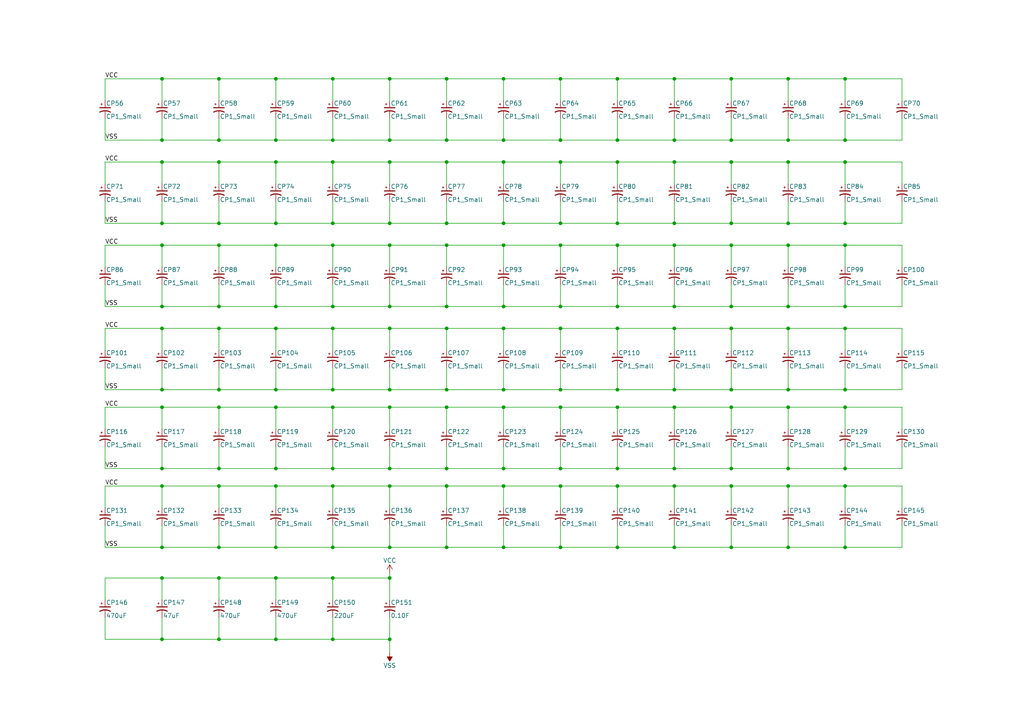
<source format=kicad_sch>
(kicad_sch (version 20211123) (generator eeschema)
  (paper "A4")
  (title_block (title "System 18") (date "2022-03-18") (rev "José Tejada G.") (company "JOTEGO") (comment 1 "Esperanza Triana"))
  (lib_symbols
    (symbol "Device:CP1_Small" (pin_numbers hide) (pin_names (offset 0.254) hide)
      (property "Reference" "C" (at 0.254 1.778 0))
      (property "Value" "Device_CP1_Small" (at 0.254 -2.032 0))
      (symbol "CP1_Small_0_1"
        (polyline (pts (xy -1.524 0.508) (xy 1.524 0.508)) (stroke (width 0.3048)))
        (polyline (pts (xy -1.27 1.524) (xy -0.762 1.524)))
        (polyline (pts (xy -1.016 1.27) (xy -1.016 1.778)))
        (arc (start 1.524 -0.762) (mid 0 -0.3734) (end -1.524 -0.762) (stroke (width 0.3048)))
      )
      (symbol "CP1_Small_1_1"
        (pin passive line (at 0 2.54 270) (length 2.032) (name "~") (number "1"))
        (pin passive line (at 0 -2.54 90) (length 2.032) (name "~") (number "2"))
      )
    )
    (symbol "power:VCC" (power) (pin_names (offset 0))
      (property "Value" "VCC" (at 0 3.81 0))
      (symbol "VCC_0_1"
        (polyline (pts (xy -0.762 1.27) (xy 0 2.54)))
        (polyline (pts (xy 0 0) (xy 0 2.54)))
        (polyline (pts (xy 0 2.54) (xy 0.762 1.27)))
      )
      (symbol "VCC_1_1"
        (pin power_in line (at 0 0 90) (length 0) hide (name "VCC") (number "1"))
      )
    )
    (symbol "power:VSS" (power) (pin_names (offset 0))
      (property "Value" "VSS" (at 0 3.81 0))
      (symbol "VSS_0_1"
        (polyline (pts (xy 0 0) (xy 0 2.54)))
        (polyline (pts (xy 0.762 1.27) (xy -0.762 1.27) (xy 0 2.54) (xy 0.762 1.27)) (fill (type outline)))
      )
      (symbol "VSS_1_1"
        (pin power_in line (at 0 0 90) (length 0) hide (name "VSS") (number "1"))
      )
    )
  )
  (junction (at 195.58 158.75))
  (junction (at 146.05 22.86))
  (junction (at 146.05 88.9))
  (junction (at 129.54 95.25))
  (junction (at 96.52 88.9))
  (junction (at 63.5 167.64))
  (junction (at 129.54 140.97))
  (junction (at 46.99 46.99))
  (junction (at 80.01 135.89))
  (junction (at 96.52 40.64))
  (junction (at 146.05 113.03))
  (junction (at 195.58 118.11))
  (junction (at 179.07 158.75))
  (junction (at 195.58 140.97))
  (junction (at 113.03 46.99))
  (junction (at 179.07 22.86))
  (junction (at 162.56 46.99))
  (junction (at 46.99 113.03))
  (junction (at 63.5 22.86))
  (junction (at 80.01 113.03))
  (junction (at 245.11 22.86))
  (junction (at 146.05 40.64))
  (junction (at 63.5 95.25))
  (junction (at 80.01 71.12))
  (junction (at 162.56 113.03))
  (junction (at 146.05 140.97))
  (junction (at 46.99 95.25))
  (junction (at 113.03 40.64))
  (junction (at 146.05 158.75))
  (junction (at 46.99 22.86))
  (junction (at 96.52 22.86))
  (junction (at 162.56 88.9))
  (junction (at 63.5 140.97))
  (junction (at 245.11 113.03))
  (junction (at 212.09 113.03))
  (junction (at 245.11 158.75))
  (junction (at 96.52 113.03))
  (junction (at 46.99 88.9))
  (junction (at 212.09 40.64))
  (junction (at 162.56 118.11))
  (junction (at 96.52 71.12))
  (junction (at 228.6 64.77))
  (junction (at 228.6 135.89))
  (junction (at 63.5 113.03))
  (junction (at 162.56 64.77))
  (junction (at 129.54 158.75))
  (junction (at 96.52 135.89))
  (junction (at 113.03 185.42))
  (junction (at 245.11 40.64))
  (junction (at 80.01 140.97))
  (junction (at 129.54 22.86))
  (junction (at 228.6 158.75))
  (junction (at 63.5 135.89))
  (junction (at 96.52 46.99))
  (junction (at 146.05 135.89))
  (junction (at 63.5 158.75))
  (junction (at 212.09 95.25))
  (junction (at 46.99 158.75))
  (junction (at 212.09 118.11))
  (junction (at 212.09 64.77))
  (junction (at 212.09 158.75))
  (junction (at 212.09 46.99))
  (junction (at 63.5 118.11))
  (junction (at 228.6 118.11))
  (junction (at 129.54 64.77))
  (junction (at 195.58 22.86))
  (junction (at 63.5 64.77))
  (junction (at 212.09 135.89))
  (junction (at 80.01 167.64))
  (junction (at 228.6 88.9))
  (junction (at 113.03 158.75))
  (junction (at 179.07 46.99))
  (junction (at 195.58 113.03))
  (junction (at 46.99 167.64))
  (junction (at 179.07 95.25))
  (junction (at 228.6 40.64))
  (junction (at 80.01 64.77))
  (junction (at 113.03 88.9))
  (junction (at 96.52 158.75))
  (junction (at 212.09 140.97))
  (junction (at 162.56 140.97))
  (junction (at 113.03 167.64))
  (junction (at 245.11 140.97))
  (junction (at 228.6 46.99))
  (junction (at 113.03 118.11))
  (junction (at 162.56 40.64))
  (junction (at 228.6 71.12))
  (junction (at 179.07 113.03))
  (junction (at 63.5 46.99))
  (junction (at 179.07 71.12))
  (junction (at 162.56 135.89))
  (junction (at 228.6 95.25))
  (junction (at 195.58 46.99))
  (junction (at 195.58 135.89))
  (junction (at 162.56 95.25))
  (junction (at 46.99 64.77))
  (junction (at 96.52 64.77))
  (junction (at 146.05 118.11))
  (junction (at 80.01 158.75))
  (junction (at 212.09 71.12))
  (junction (at 96.52 167.64))
  (junction (at 228.6 113.03))
  (junction (at 195.58 88.9))
  (junction (at 80.01 40.64))
  (junction (at 80.01 95.25))
  (junction (at 80.01 185.42))
  (junction (at 228.6 22.86))
  (junction (at 129.54 113.03))
  (junction (at 245.11 46.99))
  (junction (at 146.05 46.99))
  (junction (at 113.03 22.86))
  (junction (at 179.07 140.97))
  (junction (at 179.07 64.77))
  (junction (at 80.01 22.86))
  (junction (at 162.56 22.86))
  (junction (at 113.03 140.97))
  (junction (at 228.6 140.97))
  (junction (at 245.11 135.89))
  (junction (at 212.09 88.9))
  (junction (at 162.56 71.12))
  (junction (at 63.5 40.64))
  (junction (at 46.99 118.11))
  (junction (at 129.54 46.99))
  (junction (at 96.52 118.11))
  (junction (at 46.99 71.12))
  (junction (at 46.99 135.89))
  (junction (at 129.54 118.11))
  (junction (at 179.07 40.64))
  (junction (at 245.11 95.25))
  (junction (at 195.58 71.12))
  (junction (at 129.54 135.89))
  (junction (at 212.09 22.86))
  (junction (at 146.05 71.12))
  (junction (at 195.58 64.77))
  (junction (at 113.03 95.25))
  (junction (at 179.07 88.9))
  (junction (at 46.99 140.97))
  (junction (at 113.03 135.89))
  (junction (at 80.01 88.9))
  (junction (at 129.54 88.9))
  (junction (at 46.99 185.42))
  (junction (at 179.07 135.89))
  (junction (at 245.11 88.9))
  (junction (at 245.11 71.12))
  (junction (at 146.05 95.25))
  (junction (at 146.05 64.77))
  (junction (at 162.56 158.75))
  (junction (at 80.01 118.11))
  (junction (at 63.5 88.9))
  (junction (at 129.54 40.64))
  (junction (at 96.52 185.42))
  (junction (at 96.52 140.97))
  (junction (at 96.52 95.25))
  (junction (at 46.99 40.64))
  (junction (at 63.5 185.42))
  (junction (at 195.58 40.64))
  (junction (at 179.07 118.11))
  (junction (at 113.03 113.03))
  (junction (at 63.5 71.12))
  (junction (at 113.03 64.77))
  (junction (at 245.11 64.77))
  (junction (at 80.01 46.99))
  (junction (at 195.58 95.25))
  (junction (at 113.03 71.12))
  (junction (at 129.54 71.12))
  (junction (at 245.11 118.11))
  (wire (pts (xy 179.07 71.12) (xy 179.07 77.47)))
  (wire (pts (xy 80.01 71.12) (xy 96.52 71.12)))
  (wire (pts (xy 113.03 88.9) (xy 96.52 88.9)))
  (wire (pts (xy 162.56 71.12) (xy 179.07 71.12)))
  (wire (pts (xy 63.5 167.64) (xy 63.5 173.99)))
  (wire (pts (xy 63.5 71.12) (xy 63.5 77.47)))
  (wire (pts (xy 30.48 95.25) (xy 46.99 95.25)))
  (wire (pts (xy 228.6 88.9) (xy 212.09 88.9)))
  (wire (pts (xy 228.6 22.86) (xy 245.11 22.86)))
  (wire (pts (xy 30.48 140.97) (xy 46.99 140.97)))
  (wire (pts (xy 129.54 135.89) (xy 113.03 135.89)))
  (wire (pts (xy 245.11 95.25) (xy 245.11 101.6)))
  (wire (pts (xy 30.48 22.86) (xy 30.48 29.21)))
  (wire (pts (xy 228.6 46.99) (xy 228.6 53.34)))
  (wire (pts (xy 46.99 82.55) (xy 46.99 88.9)))
  (wire (pts (xy 162.56 58.42) (xy 162.56 64.77)))
  (wire (pts (xy 228.6 129.54) (xy 228.6 135.89)))
  (wire (pts (xy 195.58 140.97) (xy 212.09 140.97)))
  (wire (pts (xy 63.5 140.97) (xy 80.01 140.97)))
  (wire (pts (xy 245.11 129.54) (xy 245.11 135.89)))
  (wire (pts (xy 80.01 58.42) (xy 80.01 64.77)))
  (wire (pts (xy 212.09 46.99) (xy 212.09 53.34)))
  (wire (pts (xy 245.11 64.77) (xy 228.6 64.77)))
  (wire (pts (xy 162.56 118.11) (xy 179.07 118.11)))
  (wire (pts (xy 146.05 95.25) (xy 162.56 95.25)))
  (wire (pts (xy 162.56 71.12) (xy 162.56 77.47)))
  (wire (pts (xy 96.52 135.89) (xy 80.01 135.89)))
  (wire (pts (xy 195.58 46.99) (xy 212.09 46.99)))
  (wire (pts (xy 212.09 22.86) (xy 212.09 29.21)))
  (wire (pts (xy 113.03 58.42) (xy 113.03 64.77)))
  (wire (pts (xy 212.09 95.25) (xy 212.09 101.6)))
  (wire (pts (xy 96.52 129.54) (xy 96.52 135.89)))
  (wire (pts (xy 212.09 71.12) (xy 228.6 71.12)))
  (wire (pts (xy 228.6 118.11) (xy 228.6 124.46)))
  (wire (pts (xy 96.52 179.07) (xy 96.52 185.42)))
  (wire (pts (xy 146.05 22.86) (xy 162.56 22.86)))
  (wire (pts (xy 46.99 46.99) (xy 46.99 53.34)))
  (wire (pts (xy 113.03 64.77) (xy 96.52 64.77)))
  (wire (pts (xy 245.11 118.11) (xy 261.62 118.11)))
  (wire (pts (xy 212.09 140.97) (xy 228.6 140.97)))
  (wire (pts (xy 80.01 22.86) (xy 80.01 29.21)))
  (wire (pts (xy 113.03 113.03) (xy 96.52 113.03)))
  (wire (pts (xy 146.05 140.97) (xy 146.05 147.32)))
  (wire (pts (xy 63.5 113.03) (xy 46.99 113.03)))
  (wire (pts (xy 195.58 158.75) (xy 179.07 158.75)))
  (wire (pts (xy 261.62 129.54) (xy 261.62 135.89)))
  (wire (pts (xy 179.07 152.4) (xy 179.07 158.75)))
  (wire (pts (xy 129.54 158.75) (xy 113.03 158.75)))
  (wire (pts (xy 146.05 71.12) (xy 146.05 77.47)))
  (wire (pts (xy 162.56 46.99) (xy 162.56 53.34)))
  (wire (pts (xy 245.11 40.64) (xy 228.6 40.64)))
  (wire (pts (xy 146.05 95.25) (xy 146.05 101.6)))
  (wire (pts (xy 179.07 40.64) (xy 162.56 40.64)))
  (wire (pts (xy 228.6 113.03) (xy 212.09 113.03)))
  (wire (pts (xy 245.11 106.68) (xy 245.11 113.03)))
  (wire (pts (xy 245.11 22.86) (xy 245.11 29.21)))
  (wire (pts (xy 30.48 71.12) (xy 30.48 77.47)))
  (wire (pts (xy 46.99 140.97) (xy 63.5 140.97)))
  (wire (pts (xy 228.6 118.11) (xy 245.11 118.11)))
  (wire (pts (xy 212.09 64.77) (xy 195.58 64.77)))
  (wire (pts (xy 179.07 129.54) (xy 179.07 135.89)))
  (wire (pts (xy 195.58 82.55) (xy 195.58 88.9)))
  (wire (pts (xy 30.48 185.42) (xy 46.99 185.42)))
  (wire (pts (xy 46.99 135.89) (xy 30.48 135.89)))
  (wire (pts (xy 113.03 46.99) (xy 113.03 53.34)))
  (wire (pts (xy 129.54 88.9) (xy 113.03 88.9)))
  (wire (pts (xy 63.5 135.89) (xy 46.99 135.89)))
  (wire (pts (xy 212.09 88.9) (xy 195.58 88.9)))
  (wire (pts (xy 179.07 113.03) (xy 162.56 113.03)))
  (wire (pts (xy 96.52 34.29) (xy 96.52 40.64)))
  (wire (pts (xy 80.01 82.55) (xy 80.01 88.9)))
  (wire (pts (xy 113.03 82.55) (xy 113.03 88.9)))
  (wire (pts (xy 212.09 118.11) (xy 228.6 118.11)))
  (wire (pts (xy 96.52 46.99) (xy 113.03 46.99)))
  (wire (pts (xy 228.6 22.86) (xy 228.6 29.21)))
  (wire (pts (xy 228.6 40.64) (xy 212.09 40.64)))
  (wire (pts (xy 162.56 40.64) (xy 146.05 40.64)))
  (wire (pts (xy 96.52 64.77) (xy 80.01 64.77)))
  (wire (pts (xy 162.56 106.68) (xy 162.56 113.03)))
  (wire (pts (xy 195.58 88.9) (xy 179.07 88.9)))
  (wire (pts (xy 179.07 106.68) (xy 179.07 113.03)))
  (wire (pts (xy 162.56 88.9) (xy 146.05 88.9)))
  (wire (pts (xy 261.62 22.86) (xy 261.62 29.21)))
  (wire (pts (xy 80.01 71.12) (xy 80.01 77.47)))
  (wire (pts (xy 80.01 140.97) (xy 96.52 140.97)))
  (wire (pts (xy 146.05 46.99) (xy 162.56 46.99)))
  (wire (pts (xy 195.58 152.4) (xy 195.58 158.75)))
  (wire (pts (xy 46.99 158.75) (xy 30.48 158.75)))
  (wire (pts (xy 96.52 95.25) (xy 96.52 101.6)))
  (wire (pts (xy 46.99 129.54) (xy 46.99 135.89)))
  (wire (pts (xy 179.07 46.99) (xy 195.58 46.99)))
  (wire (pts (xy 195.58 71.12) (xy 195.58 77.47)))
  (wire (pts (xy 113.03 166.37) (xy 113.03 167.64)))
  (wire (pts (xy 129.54 95.25) (xy 129.54 101.6)))
  (wire (pts (xy 129.54 140.97) (xy 129.54 147.32)))
  (wire (pts (xy 245.11 82.55) (xy 245.11 88.9)))
  (wire (pts (xy 30.48 71.12) (xy 46.99 71.12)))
  (wire (pts (xy 146.05 158.75) (xy 129.54 158.75)))
  (wire (pts (xy 261.62 118.11) (xy 261.62 124.46)))
  (wire (pts (xy 195.58 46.99) (xy 195.58 53.34)))
  (wire (pts (xy 46.99 22.86) (xy 63.5 22.86)))
  (wire (pts (xy 228.6 64.77) (xy 212.09 64.77)))
  (wire (pts (xy 63.5 82.55) (xy 63.5 88.9)))
  (wire (pts (xy 46.99 71.12) (xy 63.5 71.12)))
  (wire (pts (xy 80.01 167.64) (xy 96.52 167.64)))
  (wire (pts (xy 80.01 179.07) (xy 80.01 185.42)))
  (wire (pts (xy 146.05 129.54) (xy 146.05 135.89)))
  (wire (pts (xy 261.62 135.89) (xy 245.11 135.89)))
  (wire (pts (xy 30.48 167.64) (xy 46.99 167.64)))
  (wire (pts (xy 228.6 135.89) (xy 212.09 135.89)))
  (wire (pts (xy 46.99 118.11) (xy 63.5 118.11)))
  (wire (pts (xy 63.5 179.07) (xy 63.5 185.42)))
  (wire (pts (xy 129.54 64.77) (xy 113.03 64.77)))
  (wire (pts (xy 113.03 185.42) (xy 113.03 189.23)))
  (wire (pts (xy 179.07 118.11) (xy 179.07 124.46)))
  (wire (pts (xy 212.09 71.12) (xy 212.09 77.47)))
  (wire (pts (xy 46.99 58.42) (xy 46.99 64.77)))
  (wire (pts (xy 228.6 95.25) (xy 245.11 95.25)))
  (wire (pts (xy 46.99 167.64) (xy 63.5 167.64)))
  (wire (pts (xy 30.48 152.4) (xy 30.48 158.75)))
  (wire (pts (xy 261.62 88.9) (xy 245.11 88.9)))
  (wire (pts (xy 96.52 40.64) (xy 80.01 40.64)))
  (wire (pts (xy 179.07 82.55) (xy 179.07 88.9)))
  (wire (pts (xy 113.03 22.86) (xy 129.54 22.86)))
  (wire (pts (xy 261.62 82.55) (xy 261.62 88.9)))
  (wire (pts (xy 162.56 135.89) (xy 146.05 135.89)))
  (wire (pts (xy 30.48 58.42) (xy 30.48 64.77)))
  (wire (pts (xy 129.54 40.64) (xy 113.03 40.64)))
  (wire (pts (xy 212.09 106.68) (xy 212.09 113.03)))
  (wire (pts (xy 195.58 64.77) (xy 179.07 64.77)))
  (wire (pts (xy 146.05 88.9) (xy 129.54 88.9)))
  (wire (pts (xy 195.58 22.86) (xy 195.58 29.21)))
  (wire (pts (xy 261.62 140.97) (xy 261.62 147.32)))
  (wire (pts (xy 212.09 140.97) (xy 212.09 147.32)))
  (wire (pts (xy 245.11 113.03) (xy 228.6 113.03)))
  (wire (pts (xy 30.48 22.86) (xy 46.99 22.86)))
  (wire (pts (xy 30.48 106.68) (xy 30.48 113.03)))
  (wire (pts (xy 96.52 71.12) (xy 96.52 77.47)))
  (wire (pts (xy 146.05 58.42) (xy 146.05 64.77)))
  (wire (pts (xy 162.56 34.29) (xy 162.56 40.64)))
  (wire (pts (xy 228.6 106.68) (xy 228.6 113.03)))
  (wire (pts (xy 212.09 118.11) (xy 212.09 124.46)))
  (wire (pts (xy 46.99 64.77) (xy 30.48 64.77)))
  (wire (pts (xy 261.62 158.75) (xy 245.11 158.75)))
  (wire (pts (xy 179.07 71.12) (xy 195.58 71.12)))
  (wire (pts (xy 96.52 71.12) (xy 113.03 71.12)))
  (wire (pts (xy 80.01 129.54) (xy 80.01 135.89)))
  (wire (pts (xy 179.07 95.25) (xy 195.58 95.25)))
  (wire (pts (xy 63.5 118.11) (xy 63.5 124.46)))
  (wire (pts (xy 63.5 46.99) (xy 80.01 46.99)))
  (wire (pts (xy 63.5 46.99) (xy 63.5 53.34)))
  (wire (pts (xy 195.58 34.29) (xy 195.58 40.64)))
  (wire (pts (xy 46.99 167.64) (xy 46.99 173.99)))
  (wire (pts (xy 245.11 95.25) (xy 261.62 95.25)))
  (wire (pts (xy 146.05 140.97) (xy 162.56 140.97)))
  (wire (pts (xy 113.03 135.89) (xy 96.52 135.89)))
  (wire (pts (xy 162.56 140.97) (xy 179.07 140.97)))
  (wire (pts (xy 30.48 95.25) (xy 30.48 101.6)))
  (wire (pts (xy 63.5 140.97) (xy 63.5 147.32)))
  (wire (pts (xy 113.03 167.64) (xy 113.03 173.99)))
  (wire (pts (xy 63.5 152.4) (xy 63.5 158.75)))
  (wire (pts (xy 162.56 129.54) (xy 162.56 135.89)))
  (wire (pts (xy 146.05 113.03) (xy 129.54 113.03)))
  (wire (pts (xy 63.5 34.29) (xy 63.5 40.64)))
  (wire (pts (xy 245.11 46.99) (xy 245.11 53.34)))
  (wire (pts (xy 129.54 22.86) (xy 146.05 22.86)))
  (wire (pts (xy 245.11 58.42) (xy 245.11 64.77)))
  (wire (pts (xy 63.5 185.42) (xy 46.99 185.42)))
  (wire (pts (xy 96.52 82.55) (xy 96.52 88.9)))
  (wire (pts (xy 80.01 158.75) (xy 63.5 158.75)))
  (wire (pts (xy 245.11 71.12) (xy 245.11 77.47)))
  (wire (pts (xy 96.52 140.97) (xy 96.52 147.32)))
  (wire (pts (xy 46.99 179.07) (xy 46.99 185.42)))
  (wire (pts (xy 195.58 129.54) (xy 195.58 135.89)))
  (wire (pts (xy 146.05 82.55) (xy 146.05 88.9)))
  (wire (pts (xy 162.56 46.99) (xy 179.07 46.99)))
  (wire (pts (xy 228.6 34.29) (xy 228.6 40.64)))
  (wire (pts (xy 228.6 152.4) (xy 228.6 158.75)))
  (wire (pts (xy 162.56 118.11) (xy 162.56 124.46)))
  (wire (pts (xy 195.58 95.25) (xy 195.58 101.6)))
  (wire (pts (xy 30.48 82.55) (xy 30.48 88.9)))
  (wire (pts (xy 146.05 135.89) (xy 129.54 135.89)))
  (wire (pts (xy 46.99 71.12) (xy 46.99 77.47)))
  (wire (pts (xy 46.99 22.86) (xy 46.99 29.21)))
  (wire (pts (xy 245.11 118.11) (xy 245.11 124.46)))
  (wire (pts (xy 113.03 71.12) (xy 129.54 71.12)))
  (wire (pts (xy 195.58 95.25) (xy 212.09 95.25)))
  (wire (pts (xy 212.09 82.55) (xy 212.09 88.9)))
  (wire (pts (xy 261.62 113.03) (xy 245.11 113.03)))
  (wire (pts (xy 261.62 64.77) (xy 245.11 64.77)))
  (wire (pts (xy 162.56 64.77) (xy 146.05 64.77)))
  (wire (pts (xy 212.09 158.75) (xy 195.58 158.75)))
  (wire (pts (xy 212.09 46.99) (xy 228.6 46.99)))
  (wire (pts (xy 113.03 140.97) (xy 113.03 147.32)))
  (wire (pts (xy 261.62 40.64) (xy 245.11 40.64)))
  (wire (pts (xy 46.99 152.4) (xy 46.99 158.75)))
  (wire (pts (xy 96.52 140.97) (xy 113.03 140.97)))
  (wire (pts (xy 212.09 34.29) (xy 212.09 40.64)))
  (wire (pts (xy 195.58 106.68) (xy 195.58 113.03)))
  (wire (pts (xy 179.07 118.11) (xy 195.58 118.11)))
  (wire (pts (xy 129.54 71.12) (xy 146.05 71.12)))
  (wire (pts (xy 80.01 95.25) (xy 96.52 95.25)))
  (wire (pts (xy 129.54 46.99) (xy 129.54 53.34)))
  (wire (pts (xy 80.01 46.99) (xy 96.52 46.99)))
  (wire (pts (xy 179.07 95.25) (xy 179.07 101.6)))
  (wire (pts (xy 46.99 95.25) (xy 46.99 101.6)))
  (wire (pts (xy 113.03 140.97) (xy 129.54 140.97)))
  (wire (pts (xy 179.07 64.77) (xy 162.56 64.77)))
  (wire (pts (xy 63.5 22.86) (xy 80.01 22.86)))
  (wire (pts (xy 63.5 158.75) (xy 46.99 158.75)))
  (wire (pts (xy 113.03 22.86) (xy 113.03 29.21)))
  (wire (pts (xy 129.54 118.11) (xy 146.05 118.11)))
  (wire (pts (xy 212.09 113.03) (xy 195.58 113.03)))
  (wire (pts (xy 96.52 118.11) (xy 96.52 124.46)))
  (wire (pts (xy 195.58 118.11) (xy 195.58 124.46)))
  (wire (pts (xy 129.54 71.12) (xy 129.54 77.47)))
  (wire (pts (xy 113.03 95.25) (xy 113.03 101.6)))
  (wire (pts (xy 129.54 34.29) (xy 129.54 40.64)))
  (wire (pts (xy 113.03 158.75) (xy 96.52 158.75)))
  (wire (pts (xy 80.01 106.68) (xy 80.01 113.03)))
  (wire (pts (xy 113.03 46.99) (xy 129.54 46.99)))
  (wire (pts (xy 46.99 95.25) (xy 63.5 95.25)))
  (wire (pts (xy 113.03 40.64) (xy 96.52 40.64)))
  (wire (pts (xy 179.07 22.86) (xy 179.07 29.21)))
  (wire (pts (xy 46.99 46.99) (xy 63.5 46.99)))
  (wire (pts (xy 80.01 46.99) (xy 80.01 53.34)))
  (wire (pts (xy 245.11 140.97) (xy 245.11 147.32)))
  (wire (pts (xy 179.07 46.99) (xy 179.07 53.34)))
  (wire (pts (xy 228.6 140.97) (xy 245.11 140.97)))
  (wire (pts (xy 113.03 152.4) (xy 113.03 158.75)))
  (wire (pts (xy 96.52 118.11) (xy 113.03 118.11)))
  (wire (pts (xy 113.03 34.29) (xy 113.03 40.64)))
  (wire (pts (xy 261.62 34.29) (xy 261.62 40.64)))
  (wire (pts (xy 80.01 40.64) (xy 63.5 40.64)))
  (wire (pts (xy 80.01 113.03) (xy 63.5 113.03)))
  (wire (pts (xy 179.07 34.29) (xy 179.07 40.64)))
  (wire (pts (xy 30.48 118.11) (xy 30.48 124.46)))
  (wire (pts (xy 113.03 118.11) (xy 113.03 124.46)))
  (wire (pts (xy 179.07 140.97) (xy 179.07 147.32)))
  (wire (pts (xy 30.48 140.97) (xy 30.48 147.32)))
  (wire (pts (xy 96.52 185.42) (xy 80.01 185.42)))
  (wire (pts (xy 195.58 118.11) (xy 212.09 118.11)))
  (wire (pts (xy 129.54 46.99) (xy 146.05 46.99)))
  (wire (pts (xy 212.09 95.25) (xy 228.6 95.25)))
  (wire (pts (xy 245.11 158.75) (xy 228.6 158.75)))
  (wire (pts (xy 245.11 46.99) (xy 261.62 46.99)))
  (wire (pts (xy 63.5 118.11) (xy 80.01 118.11)))
  (wire (pts (xy 179.07 58.42) (xy 179.07 64.77)))
  (wire (pts (xy 195.58 113.03) (xy 179.07 113.03)))
  (wire (pts (xy 261.62 95.25) (xy 261.62 101.6)))
  (wire (pts (xy 228.6 46.99) (xy 245.11 46.99)))
  (wire (pts (xy 228.6 82.55) (xy 228.6 88.9)))
  (wire (pts (xy 245.11 140.97) (xy 261.62 140.97)))
  (wire (pts (xy 261.62 46.99) (xy 261.62 53.34)))
  (wire (pts (xy 30.48 118.11) (xy 46.99 118.11)))
  (wire (pts (xy 245.11 135.89) (xy 228.6 135.89)))
  (wire (pts (xy 63.5 64.77) (xy 46.99 64.77)))
  (wire (pts (xy 63.5 71.12) (xy 80.01 71.12)))
  (wire (pts (xy 228.6 140.97) (xy 228.6 147.32)))
  (wire (pts (xy 63.5 106.68) (xy 63.5 113.03)))
  (wire (pts (xy 80.01 22.86) (xy 96.52 22.86)))
  (wire (pts (xy 63.5 95.25) (xy 80.01 95.25)))
  (wire (pts (xy 96.52 95.25) (xy 113.03 95.25)))
  (wire (pts (xy 146.05 118.11) (xy 162.56 118.11)))
  (wire (pts (xy 212.09 129.54) (xy 212.09 135.89)))
  (wire (pts (xy 212.09 58.42) (xy 212.09 64.77)))
  (wire (pts (xy 80.01 88.9) (xy 63.5 88.9)))
  (wire (pts (xy 96.52 22.86) (xy 96.52 29.21)))
  (wire (pts (xy 146.05 71.12) (xy 162.56 71.12)))
  (wire (pts (xy 179.07 158.75) (xy 162.56 158.75)))
  (wire (pts (xy 80.01 95.25) (xy 80.01 101.6)))
  (wire (pts (xy 212.09 152.4) (xy 212.09 158.75)))
  (wire (pts (xy 245.11 34.29) (xy 245.11 40.64)))
  (wire (pts (xy 129.54 129.54) (xy 129.54 135.89)))
  (wire (pts (xy 96.52 106.68) (xy 96.52 113.03)))
  (wire (pts (xy 113.03 95.25) (xy 129.54 95.25)))
  (wire (pts (xy 113.03 185.42) (xy 96.52 185.42)))
  (wire (pts (xy 195.58 22.86) (xy 212.09 22.86)))
  (wire (pts (xy 46.99 118.11) (xy 46.99 124.46)))
  (wire (pts (xy 195.58 140.97) (xy 195.58 147.32)))
  (wire (pts (xy 162.56 95.25) (xy 179.07 95.25)))
  (wire (pts (xy 30.48 129.54) (xy 30.48 135.89)))
  (wire (pts (xy 96.52 158.75) (xy 80.01 158.75)))
  (wire (pts (xy 179.07 135.89) (xy 162.56 135.89)))
  (wire (pts (xy 228.6 95.25) (xy 228.6 101.6)))
  (wire (pts (xy 261.62 152.4) (xy 261.62 158.75)))
  (wire (pts (xy 80.01 34.29) (xy 80.01 40.64)))
  (wire (pts (xy 80.01 118.11) (xy 80.01 124.46)))
  (wire (pts (xy 30.48 46.99) (xy 46.99 46.99)))
  (wire (pts (xy 129.54 152.4) (xy 129.54 158.75)))
  (wire (pts (xy 146.05 40.64) (xy 129.54 40.64)))
  (wire (pts (xy 195.58 135.89) (xy 179.07 135.89)))
  (wire (pts (xy 80.01 135.89) (xy 63.5 135.89)))
  (wire (pts (xy 63.5 95.25) (xy 63.5 101.6)))
  (wire (pts (xy 162.56 22.86) (xy 179.07 22.86)))
  (wire (pts (xy 195.58 40.64) (xy 179.07 40.64)))
  (wire (pts (xy 212.09 40.64) (xy 195.58 40.64)))
  (wire (pts (xy 162.56 158.75) (xy 146.05 158.75)))
  (wire (pts (xy 96.52 88.9) (xy 80.01 88.9)))
  (wire (pts (xy 96.52 167.64) (xy 113.03 167.64)))
  (wire (pts (xy 146.05 22.86) (xy 146.05 29.21)))
  (wire (pts (xy 80.01 64.77) (xy 63.5 64.77)))
  (wire (pts (xy 245.11 22.86) (xy 261.62 22.86)))
  (wire (pts (xy 179.07 140.97) (xy 195.58 140.97)))
  (wire (pts (xy 96.52 46.99) (xy 96.52 53.34)))
  (wire (pts (xy 245.11 152.4) (xy 245.11 158.75)))
  (wire (pts (xy 30.48 167.64) (xy 30.48 173.99)))
  (wire (pts (xy 212.09 22.86) (xy 228.6 22.86)))
  (wire (pts (xy 63.5 58.42) (xy 63.5 64.77)))
  (wire (pts (xy 129.54 113.03) (xy 113.03 113.03)))
  (wire (pts (xy 80.01 118.11) (xy 96.52 118.11)))
  (wire (pts (xy 228.6 58.42) (xy 228.6 64.77)))
  (wire (pts (xy 46.99 140.97) (xy 46.99 147.32)))
  (wire (pts (xy 96.52 113.03) (xy 80.01 113.03)))
  (wire (pts (xy 179.07 22.86) (xy 195.58 22.86)))
  (wire (pts (xy 113.03 71.12) (xy 113.03 77.47)))
  (wire (pts (xy 63.5 129.54) (xy 63.5 135.89)))
  (wire (pts (xy 162.56 113.03) (xy 146.05 113.03)))
  (wire (pts (xy 113.03 179.07) (xy 113.03 185.42)))
  (wire (pts (xy 261.62 71.12) (xy 261.62 77.47)))
  (wire (pts (xy 146.05 34.29) (xy 146.05 40.64)))
  (wire (pts (xy 146.05 118.11) (xy 146.05 124.46)))
  (wire (pts (xy 113.03 129.54) (xy 113.03 135.89)))
  (wire (pts (xy 146.05 64.77) (xy 129.54 64.77)))
  (wire (pts (xy 212.09 135.89) (xy 195.58 135.89)))
  (wire (pts (xy 63.5 40.64) (xy 46.99 40.64)))
  (wire (pts (xy 80.01 140.97) (xy 80.01 147.32)))
  (wire (pts (xy 261.62 106.68) (xy 261.62 113.03)))
  (wire (pts (xy 80.01 167.64) (xy 80.01 173.99)))
  (wire (pts (xy 129.54 58.42) (xy 129.54 64.77)))
  (wire (pts (xy 46.99 34.29) (xy 46.99 40.64)))
  (wire (pts (xy 30.48 34.29) (xy 30.48 40.64)))
  (wire (pts (xy 30.48 46.99) (xy 30.48 53.34)))
  (wire (pts (xy 46.99 113.03) (xy 30.48 113.03)))
  (wire (pts (xy 63.5 22.86) (xy 63.5 29.21)))
  (wire (pts (xy 129.54 106.68) (xy 129.54 113.03)))
  (wire (pts (xy 129.54 82.55) (xy 129.54 88.9)))
  (wire (pts (xy 162.56 95.25) (xy 162.56 101.6)))
  (wire (pts (xy 129.54 22.86) (xy 129.54 29.21)))
  (wire (pts (xy 179.07 88.9) (xy 162.56 88.9)))
  (wire (pts (xy 113.03 106.68) (xy 113.03 113.03)))
  (wire (pts (xy 146.05 152.4) (xy 146.05 158.75)))
  (wire (pts (xy 46.99 106.68) (xy 46.99 113.03)))
  (wire (pts (xy 80.01 152.4) (xy 80.01 158.75)))
  (wire (pts (xy 162.56 82.55) (xy 162.56 88.9)))
  (wire (pts (xy 228.6 71.12) (xy 245.11 71.12)))
  (wire (pts (xy 129.54 140.97) (xy 146.05 140.97)))
  (wire (pts (xy 63.5 88.9) (xy 46.99 88.9)))
  (wire (pts (xy 146.05 106.68) (xy 146.05 113.03)))
  (wire (pts (xy 63.5 167.64) (xy 80.01 167.64)))
  (wire (pts (xy 228.6 71.12) (xy 228.6 77.47)))
  (wire (pts (xy 162.56 22.86) (xy 162.56 29.21)))
  (wire (pts (xy 96.52 22.86) (xy 113.03 22.86)))
  (wire (pts (xy 80.01 185.42) (xy 63.5 185.42)))
  (wire (pts (xy 195.58 71.12) (xy 212.09 71.12)))
  (wire (pts (xy 245.11 71.12) (xy 261.62 71.12)))
  (wire (pts (xy 245.11 88.9) (xy 228.6 88.9)))
  (wire (pts (xy 146.05 46.99) (xy 146.05 53.34)))
  (wire (pts (xy 228.6 158.75) (xy 212.09 158.75)))
  (wire (pts (xy 30.48 179.07) (xy 30.48 185.42)))
  (wire (pts (xy 195.58 58.42) (xy 195.58 64.77)))
  (wire (pts (xy 162.56 152.4) (xy 162.56 158.75)))
  (wire (pts (xy 96.52 167.64) (xy 96.52 173.99)))
  (wire (pts (xy 96.52 152.4) (xy 96.52 158.75)))
  (wire (pts (xy 113.03 118.11) (xy 129.54 118.11)))
  (wire (pts (xy 162.56 140.97) (xy 162.56 147.32)))
  (wire (pts (xy 129.54 95.25) (xy 146.05 95.25)))
  (wire (pts (xy 261.62 58.42) (xy 261.62 64.77)))
  (wire (pts (xy 129.54 118.11) (xy 129.54 124.46)))
  (wire (pts (xy 46.99 88.9) (xy 30.48 88.9)))
  (wire (pts (xy 96.52 58.42) (xy 96.52 64.77)))
  (wire (pts (xy 46.99 40.64) (xy 30.48 40.64)))
  (label "VCC" (at 30.48 22.86 0))
  (label "VSS" (at 30.48 88.9 0))
  (label "VSS" (at 30.48 64.77 0))
  (label "VSS" (at 30.48 113.03 0))
  (label "VSS" (at 30.48 40.64 0))
  (label "VSS" (at 30.48 135.89 0))
  (label "VCC" (at 30.48 95.25 0))
  (label "VCC" (at 30.48 118.11 0))
  (label "VCC" (at 30.48 46.99 0))
  (label "VCC" (at 30.48 71.12 0))
  (label "VSS" (at 30.48 158.75 0))
  (label "VCC" (at 30.48 140.97 0))
  (symbol (lib_id "Device:CP1_Small") (at 113.03 176.53 0) (unit 1)
    (property "Reference" "CP151" (at 113.284 174.752 0) (effects (justify left)))
    (property "Value" "0.10F" (at 113.284 178.562 0) (effects (justify left)))
  )
  (symbol (lib_id "Device:CP1_Small") (at 30.48 31.75 0) (unit 1)
    (property "Reference" "CP56" (at 30.734 29.972 0) (effects (justify left)))
    (property "Value" "CP1_Small" (at 30.734 33.782 0) (effects (justify left)))
  )
  (symbol (lib_id "Device:CP1_Small") (at 46.99 31.75 0) (unit 1)
    (property "Reference" "CP57" (at 47.244 29.972 0) (effects (justify left)))
    (property "Value" "CP1_Small" (at 47.244 33.782 0) (effects (justify left)))
  )
  (symbol (lib_id "Device:CP1_Small") (at 63.5 31.75 0) (unit 1)
    (property "Reference" "CP58" (at 63.754 29.972 0) (effects (justify left)))
    (property "Value" "CP1_Small" (at 63.754 33.782 0) (effects (justify left)))
  )
  (symbol (lib_id "Device:CP1_Small") (at 80.01 31.75 0) (unit 1)
    (property "Reference" "CP59" (at 80.264 29.972 0) (effects (justify left)))
    (property "Value" "CP1_Small" (at 80.264 33.782 0) (effects (justify left)))
  )
  (symbol (lib_id "Device:CP1_Small") (at 96.52 31.75 0) (unit 1)
    (property "Reference" "CP60" (at 96.774 29.972 0) (effects (justify left)))
    (property "Value" "CP1_Small" (at 96.774 33.782 0) (effects (justify left)))
  )
  (symbol (lib_id "Device:CP1_Small") (at 113.03 31.75 0) (unit 1)
    (property "Reference" "CP61" (at 113.284 29.972 0) (effects (justify left)))
    (property "Value" "CP1_Small" (at 113.284 33.782 0) (effects (justify left)))
  )
  (symbol (lib_id "Device:CP1_Small") (at 129.54 31.75 0) (unit 1)
    (property "Reference" "CP62" (at 129.794 29.972 0) (effects (justify left)))
    (property "Value" "CP1_Small" (at 129.794 33.782 0) (effects (justify left)))
  )
  (symbol (lib_id "Device:CP1_Small") (at 146.05 31.75 0) (unit 1)
    (property "Reference" "CP63" (at 146.304 29.972 0) (effects (justify left)))
    (property "Value" "CP1_Small" (at 146.304 33.782 0) (effects (justify left)))
  )
  (symbol (lib_id "Device:CP1_Small") (at 162.56 31.75 0) (unit 1)
    (property "Reference" "CP64" (at 162.814 29.972 0) (effects (justify left)))
    (property "Value" "CP1_Small" (at 162.814 33.782 0) (effects (justify left)))
  )
  (symbol (lib_id "Device:CP1_Small") (at 179.07 31.75 0) (unit 1)
    (property "Reference" "CP65" (at 179.324 29.972 0) (effects (justify left)))
    (property "Value" "CP1_Small" (at 179.324 33.782 0) (effects (justify left)))
  )
  (symbol (lib_id "Device:CP1_Small") (at 195.58 31.75 0) (unit 1)
    (property "Reference" "CP66" (at 195.834 29.972 0) (effects (justify left)))
    (property "Value" "CP1_Small" (at 195.834 33.782 0) (effects (justify left)))
  )
  (symbol (lib_id "Device:CP1_Small") (at 212.09 31.75 0) (unit 1)
    (property "Reference" "CP67" (at 212.344 29.972 0) (effects (justify left)))
    (property "Value" "CP1_Small" (at 212.344 33.782 0) (effects (justify left)))
  )
  (symbol (lib_id "Device:CP1_Small") (at 228.6 31.75 0) (unit 1)
    (property "Reference" "CP68" (at 228.854 29.972 0) (effects (justify left)))
    (property "Value" "CP1_Small" (at 228.854 33.782 0) (effects (justify left)))
  )
  (symbol (lib_id "Device:CP1_Small") (at 245.11 31.75 0) (unit 1)
    (property "Reference" "CP69" (at 245.364 29.972 0) (effects (justify left)))
    (property "Value" "CP1_Small" (at 245.364 33.782 0) (effects (justify left)))
  )
  (symbol (lib_id "Device:CP1_Small") (at 261.62 31.75 0) (unit 1)
    (property "Reference" "CP70" (at 261.874 29.972 0) (effects (justify left)))
    (property "Value" "CP1_Small" (at 261.874 33.782 0) (effects (justify left)))
  )
  (symbol (lib_id "Device:CP1_Small") (at 30.48 55.88 0) (unit 1)
    (property "Reference" "CP71" (at 30.734 54.102 0) (effects (justify left)))
    (property "Value" "CP1_Small" (at 30.734 57.912 0) (effects (justify left)))
  )
  (symbol (lib_id "Device:CP1_Small") (at 46.99 55.88 0) (unit 1)
    (property "Reference" "CP72" (at 47.244 54.102 0) (effects (justify left)))
    (property "Value" "CP1_Small" (at 47.244 57.912 0) (effects (justify left)))
  )
  (symbol (lib_id "Device:CP1_Small") (at 63.5 55.88 0) (unit 1)
    (property "Reference" "CP73" (at 63.754 54.102 0) (effects (justify left)))
    (property "Value" "CP1_Small" (at 63.754 57.912 0) (effects (justify left)))
  )
  (symbol (lib_id "Device:CP1_Small") (at 80.01 55.88 0) (unit 1)
    (property "Reference" "CP74" (at 80.264 54.102 0) (effects (justify left)))
    (property "Value" "CP1_Small" (at 80.264 57.912 0) (effects (justify left)))
  )
  (symbol (lib_id "Device:CP1_Small") (at 96.52 55.88 0) (unit 1)
    (property "Reference" "CP75" (at 96.774 54.102 0) (effects (justify left)))
    (property "Value" "CP1_Small" (at 96.774 57.912 0) (effects (justify left)))
  )
  (symbol (lib_id "Device:CP1_Small") (at 113.03 55.88 0) (unit 1)
    (property "Reference" "CP76" (at 113.284 54.102 0) (effects (justify left)))
    (property "Value" "CP1_Small" (at 113.284 57.912 0) (effects (justify left)))
  )
  (symbol (lib_id "Device:CP1_Small") (at 129.54 55.88 0) (unit 1)
    (property "Reference" "CP77" (at 129.794 54.102 0) (effects (justify left)))
    (property "Value" "CP1_Small" (at 129.794 57.912 0) (effects (justify left)))
  )
  (symbol (lib_id "Device:CP1_Small") (at 146.05 55.88 0) (unit 1)
    (property "Reference" "CP78" (at 146.304 54.102 0) (effects (justify left)))
    (property "Value" "CP1_Small" (at 146.304 57.912 0) (effects (justify left)))
  )
  (symbol (lib_id "Device:CP1_Small") (at 162.56 55.88 0) (unit 1)
    (property "Reference" "CP79" (at 162.814 54.102 0) (effects (justify left)))
    (property "Value" "CP1_Small" (at 162.814 57.912 0) (effects (justify left)))
  )
  (symbol (lib_id "Device:CP1_Small") (at 179.07 55.88 0) (unit 1)
    (property "Reference" "CP80" (at 179.324 54.102 0) (effects (justify left)))
    (property "Value" "CP1_Small" (at 179.324 57.912 0) (effects (justify left)))
  )
  (symbol (lib_id "Device:CP1_Small") (at 195.58 55.88 0) (unit 1)
    (property "Reference" "CP81" (at 195.834 54.102 0) (effects (justify left)))
    (property "Value" "CP1_Small" (at 195.834 57.912 0) (effects (justify left)))
  )
  (symbol (lib_id "Device:CP1_Small") (at 212.09 55.88 0) (unit 1)
    (property "Reference" "CP82" (at 212.344 54.102 0) (effects (justify left)))
    (property "Value" "CP1_Small" (at 212.344 57.912 0) (effects (justify left)))
  )
  (symbol (lib_id "Device:CP1_Small") (at 228.6 55.88 0) (unit 1)
    (property "Reference" "CP83" (at 228.854 54.102 0) (effects (justify left)))
    (property "Value" "CP1_Small" (at 228.854 57.912 0) (effects (justify left)))
  )
  (symbol (lib_id "Device:CP1_Small") (at 245.11 55.88 0) (unit 1)
    (property "Reference" "CP84" (at 245.364 54.102 0) (effects (justify left)))
    (property "Value" "CP1_Small" (at 245.364 57.912 0) (effects (justify left)))
  )
  (symbol (lib_id "Device:CP1_Small") (at 261.62 55.88 0) (unit 1)
    (property "Reference" "CP85" (at 261.874 54.102 0) (effects (justify left)))
    (property "Value" "CP1_Small" (at 261.874 57.912 0) (effects (justify left)))
  )
  (symbol (lib_id "Device:CP1_Small") (at 30.48 80.01 0) (unit 1)
    (property "Reference" "CP86" (at 30.734 78.232 0) (effects (justify left)))
    (property "Value" "CP1_Small" (at 30.734 82.042 0) (effects (justify left)))
  )
  (symbol (lib_id "Device:CP1_Small") (at 46.99 80.01 0) (unit 1)
    (property "Reference" "CP87" (at 47.244 78.232 0) (effects (justify left)))
    (property "Value" "CP1_Small" (at 47.244 82.042 0) (effects (justify left)))
  )
  (symbol (lib_id "Device:CP1_Small") (at 63.5 80.01 0) (unit 1)
    (property "Reference" "CP88" (at 63.754 78.232 0) (effects (justify left)))
    (property "Value" "CP1_Small" (at 63.754 82.042 0) (effects (justify left)))
  )
  (symbol (lib_id "Device:CP1_Small") (at 80.01 80.01 0) (unit 1)
    (property "Reference" "CP89" (at 80.264 78.232 0) (effects (justify left)))
    (property "Value" "CP1_Small" (at 80.264 82.042 0) (effects (justify left)))
  )
  (symbol (lib_id "Device:CP1_Small") (at 96.52 80.01 0) (unit 1)
    (property "Reference" "CP90" (at 96.774 78.232 0) (effects (justify left)))
    (property "Value" "CP1_Small" (at 96.774 82.042 0) (effects (justify left)))
  )
  (symbol (lib_id "Device:CP1_Small") (at 113.03 80.01 0) (unit 1)
    (property "Reference" "CP91" (at 113.284 78.232 0) (effects (justify left)))
    (property "Value" "CP1_Small" (at 113.284 82.042 0) (effects (justify left)))
  )
  (symbol (lib_id "Device:CP1_Small") (at 129.54 80.01 0) (unit 1)
    (property "Reference" "CP92" (at 129.794 78.232 0) (effects (justify left)))
    (property "Value" "CP1_Small" (at 129.794 82.042 0) (effects (justify left)))
  )
  (symbol (lib_id "Device:CP1_Small") (at 146.05 80.01 0) (unit 1)
    (property "Reference" "CP93" (at 146.304 78.232 0) (effects (justify left)))
    (property "Value" "CP1_Small" (at 146.304 82.042 0) (effects (justify left)))
  )
  (symbol (lib_id "Device:CP1_Small") (at 162.56 80.01 0) (unit 1)
    (property "Reference" "CP94" (at 162.814 78.232 0) (effects (justify left)))
    (property "Value" "CP1_Small" (at 162.814 82.042 0) (effects (justify left)))
  )
  (symbol (lib_id "Device:CP1_Small") (at 179.07 80.01 0) (unit 1)
    (property "Reference" "CP95" (at 179.324 78.232 0) (effects (justify left)))
    (property "Value" "CP1_Small" (at 179.324 82.042 0) (effects (justify left)))
  )
  (symbol (lib_id "Device:CP1_Small") (at 195.58 80.01 0) (unit 1)
    (property "Reference" "CP96" (at 195.834 78.232 0) (effects (justify left)))
    (property "Value" "CP1_Small" (at 195.834 82.042 0) (effects (justify left)))
  )
  (symbol (lib_id "Device:CP1_Small") (at 212.09 80.01 0) (unit 1)
    (property "Reference" "CP97" (at 212.344 78.232 0) (effects (justify left)))
    (property "Value" "CP1_Small" (at 212.344 82.042 0) (effects (justify left)))
  )
  (symbol (lib_id "Device:CP1_Small") (at 228.6 80.01 0) (unit 1)
    (property "Reference" "CP98" (at 228.854 78.232 0) (effects (justify left)))
    (property "Value" "CP1_Small" (at 228.854 82.042 0) (effects (justify left)))
  )
  (symbol (lib_id "Device:CP1_Small") (at 245.11 80.01 0) (unit 1)
    (property "Reference" "CP99" (at 245.364 78.232 0) (effects (justify left)))
    (property "Value" "CP1_Small" (at 245.364 82.042 0) (effects (justify left)))
  )
  (symbol (lib_id "Device:CP1_Small") (at 261.62 80.01 0) (unit 1)
    (property "Reference" "CP100" (at 261.874 78.232 0) (effects (justify left)))
    (property "Value" "CP1_Small" (at 261.874 82.042 0) (effects (justify left)))
  )
  (symbol (lib_id "Device:CP1_Small") (at 30.48 104.14 0) (unit 1)
    (property "Reference" "CP101" (at 30.734 102.362 0) (effects (justify left)))
    (property "Value" "CP1_Small" (at 30.734 106.172 0) (effects (justify left)))
  )
  (symbol (lib_id "Device:CP1_Small") (at 46.99 104.14 0) (unit 1)
    (property "Reference" "CP102" (at 47.244 102.362 0) (effects (justify left)))
    (property "Value" "CP1_Small" (at 47.244 106.172 0) (effects (justify left)))
  )
  (symbol (lib_id "Device:CP1_Small") (at 63.5 104.14 0) (unit 1)
    (property "Reference" "CP103" (at 63.754 102.362 0) (effects (justify left)))
    (property "Value" "CP1_Small" (at 63.754 106.172 0) (effects (justify left)))
  )
  (symbol (lib_id "Device:CP1_Small") (at 80.01 104.14 0) (unit 1)
    (property "Reference" "CP104" (at 80.264 102.362 0) (effects (justify left)))
    (property "Value" "CP1_Small" (at 80.264 106.172 0) (effects (justify left)))
  )
  (symbol (lib_id "Device:CP1_Small") (at 96.52 104.14 0) (unit 1)
    (property "Reference" "CP105" (at 96.774 102.362 0) (effects (justify left)))
    (property "Value" "CP1_Small" (at 96.774 106.172 0) (effects (justify left)))
  )
  (symbol (lib_id "Device:CP1_Small") (at 113.03 104.14 0) (unit 1)
    (property "Reference" "CP106" (at 113.284 102.362 0) (effects (justify left)))
    (property "Value" "CP1_Small" (at 113.284 106.172 0) (effects (justify left)))
  )
  (symbol (lib_id "Device:CP1_Small") (at 129.54 104.14 0) (unit 1)
    (property "Reference" "CP107" (at 129.794 102.362 0) (effects (justify left)))
    (property "Value" "CP1_Small" (at 129.794 106.172 0) (effects (justify left)))
  )
  (symbol (lib_id "Device:CP1_Small") (at 146.05 104.14 0) (unit 1)
    (property "Reference" "CP108" (at 146.304 102.362 0) (effects (justify left)))
    (property "Value" "CP1_Small" (at 146.304 106.172 0) (effects (justify left)))
  )
  (symbol (lib_id "Device:CP1_Small") (at 162.56 104.14 0) (unit 1)
    (property "Reference" "CP109" (at 162.814 102.362 0) (effects (justify left)))
    (property "Value" "CP1_Small" (at 162.814 106.172 0) (effects (justify left)))
  )
  (symbol (lib_id "Device:CP1_Small") (at 179.07 104.14 0) (unit 1)
    (property "Reference" "CP110" (at 179.324 102.362 0) (effects (justify left)))
    (property "Value" "CP1_Small" (at 179.324 106.172 0) (effects (justify left)))
  )
  (symbol (lib_id "Device:CP1_Small") (at 195.58 104.14 0) (unit 1)
    (property "Reference" "CP111" (at 195.834 102.362 0) (effects (justify left)))
    (property "Value" "CP1_Small" (at 195.834 106.172 0) (effects (justify left)))
  )
  (symbol (lib_id "Device:CP1_Small") (at 212.09 104.14 0) (unit 1)
    (property "Reference" "CP112" (at 212.344 102.362 0) (effects (justify left)))
    (property "Value" "CP1_Small" (at 212.344 106.172 0) (effects (justify left)))
  )
  (symbol (lib_id "Device:CP1_Small") (at 228.6 104.14 0) (unit 1)
    (property "Reference" "CP113" (at 228.854 102.362 0) (effects (justify left)))
    (property "Value" "CP1_Small" (at 228.854 106.172 0) (effects (justify left)))
  )
  (symbol (lib_id "Device:CP1_Small") (at 245.11 104.14 0) (unit 1)
    (property "Reference" "CP114" (at 245.364 102.362 0) (effects (justify left)))
    (property "Value" "CP1_Small" (at 245.364 106.172 0) (effects (justify left)))
  )
  (symbol (lib_id "Device:CP1_Small") (at 261.62 104.14 0) (unit 1)
    (property "Reference" "CP115" (at 261.874 102.362 0) (effects (justify left)))
    (property "Value" "CP1_Small" (at 261.874 106.172 0) (effects (justify left)))
  )
  (symbol (lib_id "Device:CP1_Small") (at 30.48 127 0) (unit 1)
    (property "Reference" "CP116" (at 30.734 125.222 0) (effects (justify left)))
    (property "Value" "CP1_Small" (at 30.734 129.032 0) (effects (justify left)))
  )
  (symbol (lib_id "Device:CP1_Small") (at 46.99 127 0) (unit 1)
    (property "Reference" "CP117" (at 47.244 125.222 0) (effects (justify left)))
    (property "Value" "CP1_Small" (at 47.244 129.032 0) (effects (justify left)))
  )
  (symbol (lib_id "Device:CP1_Small") (at 63.5 127 0) (unit 1)
    (property "Reference" "CP118" (at 63.754 125.222 0) (effects (justify left)))
    (property "Value" "CP1_Small" (at 63.754 129.032 0) (effects (justify left)))
  )
  (symbol (lib_id "Device:CP1_Small") (at 80.01 127 0) (unit 1)
    (property "Reference" "CP119" (at 80.264 125.222 0) (effects (justify left)))
    (property "Value" "CP1_Small" (at 80.264 129.032 0) (effects (justify left)))
  )
  (symbol (lib_id "Device:CP1_Small") (at 96.52 127 0) (unit 1)
    (property "Reference" "CP120" (at 96.774 125.222 0) (effects (justify left)))
    (property "Value" "CP1_Small" (at 96.774 129.032 0) (effects (justify left)))
  )
  (symbol (lib_id "Device:CP1_Small") (at 113.03 127 0) (unit 1)
    (property "Reference" "CP121" (at 113.284 125.222 0) (effects (justify left)))
    (property "Value" "CP1_Small" (at 113.284 129.032 0) (effects (justify left)))
  )
  (symbol (lib_id "Device:CP1_Small") (at 129.54 127 0) (unit 1)
    (property "Reference" "CP122" (at 129.794 125.222 0) (effects (justify left)))
    (property "Value" "CP1_Small" (at 129.794 129.032 0) (effects (justify left)))
  )
  (symbol (lib_id "Device:CP1_Small") (at 146.05 127 0) (unit 1)
    (property "Reference" "CP123" (at 146.304 125.222 0) (effects (justify left)))
    (property "Value" "CP1_Small" (at 146.304 129.032 0) (effects (justify left)))
  )
  (symbol (lib_id "Device:CP1_Small") (at 162.56 127 0) (unit 1)
    (property "Reference" "CP124" (at 162.814 125.222 0) (effects (justify left)))
    (property "Value" "CP1_Small" (at 162.814 129.032 0) (effects (justify left)))
  )
  (symbol (lib_id "Device:CP1_Small") (at 179.07 127 0) (unit 1)
    (property "Reference" "CP125" (at 179.324 125.222 0) (effects (justify left)))
    (property "Value" "CP1_Small" (at 179.324 129.032 0) (effects (justify left)))
  )
  (symbol (lib_id "Device:CP1_Small") (at 195.58 127 0) (unit 1)
    (property "Reference" "CP126" (at 195.834 125.222 0) (effects (justify left)))
    (property "Value" "CP1_Small" (at 195.834 129.032 0) (effects (justify left)))
  )
  (symbol (lib_id "Device:CP1_Small") (at 212.09 127 0) (unit 1)
    (property "Reference" "CP127" (at 212.344 125.222 0) (effects (justify left)))
    (property "Value" "CP1_Small" (at 212.344 129.032 0) (effects (justify left)))
  )
  (symbol (lib_id "Device:CP1_Small") (at 228.6 127 0) (unit 1)
    (property "Reference" "CP128" (at 228.854 125.222 0) (effects (justify left)))
    (property "Value" "CP1_Small" (at 228.854 129.032 0) (effects (justify left)))
  )
  (symbol (lib_id "Device:CP1_Small") (at 245.11 127 0) (unit 1)
    (property "Reference" "CP129" (at 245.364 125.222 0) (effects (justify left)))
    (property "Value" "CP1_Small" (at 245.364 129.032 0) (effects (justify left)))
  )
  (symbol (lib_id "Device:CP1_Small") (at 261.62 127 0) (unit 1)
    (property "Reference" "CP130" (at 261.874 125.222 0) (effects (justify left)))
    (property "Value" "CP1_Small" (at 261.874 129.032 0) (effects (justify left)))
  )
  (symbol (lib_id "Device:CP1_Small") (at 30.48 149.86 0) (unit 1)
    (property "Reference" "CP131" (at 30.734 148.082 0) (effects (justify left)))
    (property "Value" "CP1_Small" (at 30.734 151.892 0) (effects (justify left)))
  )
  (symbol (lib_id "Device:CP1_Small") (at 46.99 149.86 0) (unit 1)
    (property "Reference" "CP132" (at 47.244 148.082 0) (effects (justify left)))
    (property "Value" "CP1_Small" (at 47.244 151.892 0) (effects (justify left)))
  )
  (symbol (lib_id "Device:CP1_Small") (at 63.5 149.86 0) (unit 1)
    (property "Reference" "CP133" (at 63.754 148.082 0) (effects (justify left)))
    (property "Value" "CP1_Small" (at 63.754 151.892 0) (effects (justify left)))
  )
  (symbol (lib_id "Device:CP1_Small") (at 80.01 149.86 0) (unit 1)
    (property "Reference" "CP134" (at 80.264 148.082 0) (effects (justify left)))
    (property "Value" "CP1_Small" (at 80.264 151.892 0) (effects (justify left)))
  )
  (symbol (lib_id "Device:CP1_Small") (at 96.52 149.86 0) (unit 1)
    (property "Reference" "CP135" (at 96.774 148.082 0) (effects (justify left)))
    (property "Value" "CP1_Small" (at 96.774 151.892 0) (effects (justify left)))
  )
  (symbol (lib_id "Device:CP1_Small") (at 113.03 149.86 0) (unit 1)
    (property "Reference" "CP136" (at 113.284 148.082 0) (effects (justify left)))
    (property "Value" "CP1_Small" (at 113.284 151.892 0) (effects (justify left)))
  )
  (symbol (lib_id "Device:CP1_Small") (at 129.54 149.86 0) (unit 1)
    (property "Reference" "CP137" (at 129.794 148.082 0) (effects (justify left)))
    (property "Value" "CP1_Small" (at 129.794 151.892 0) (effects (justify left)))
  )
  (symbol (lib_id "Device:CP1_Small") (at 146.05 149.86 0) (unit 1)
    (property "Reference" "CP138" (at 146.304 148.082 0) (effects (justify left)))
    (property "Value" "CP1_Small" (at 146.304 151.892 0) (effects (justify left)))
  )
  (symbol (lib_id "Device:CP1_Small") (at 162.56 149.86 0) (unit 1)
    (property "Reference" "CP139" (at 162.814 148.082 0) (effects (justify left)))
    (property "Value" "CP1_Small" (at 162.814 151.892 0) (effects (justify left)))
  )
  (symbol (lib_id "Device:CP1_Small") (at 179.07 149.86 0) (unit 1)
    (property "Reference" "CP140" (at 179.324 148.082 0) (effects (justify left)))
    (property "Value" "CP1_Small" (at 179.324 151.892 0) (effects (justify left)))
  )
  (symbol (lib_id "Device:CP1_Small") (at 195.58 149.86 0) (unit 1)
    (property "Reference" "CP141" (at 195.834 148.082 0) (effects (justify left)))
    (property "Value" "CP1_Small" (at 195.834 151.892 0) (effects (justify left)))
  )
  (symbol (lib_id "Device:CP1_Small") (at 212.09 149.86 0) (unit 1)
    (property "Reference" "CP142" (at 212.344 148.082 0) (effects (justify left)))
    (property "Value" "CP1_Small" (at 212.344 151.892 0) (effects (justify left)))
  )
  (symbol (lib_id "Device:CP1_Small") (at 228.6 149.86 0) (unit 1)
    (property "Reference" "CP143" (at 228.854 148.082 0) (effects (justify left)))
    (property "Value" "CP1_Small" (at 228.854 151.892 0) (effects (justify left)))
  )
  (symbol (lib_id "Device:CP1_Small") (at 245.11 149.86 0) (unit 1)
    (property "Reference" "CP144" (at 245.364 148.082 0) (effects (justify left)))
    (property "Value" "CP1_Small" (at 245.364 151.892 0) (effects (justify left)))
  )
  (symbol (lib_id "Device:CP1_Small") (at 261.62 149.86 0) (unit 1)
    (property "Reference" "CP145" (at 261.874 148.082 0) (effects (justify left)))
    (property "Value" "CP1_Small" (at 261.874 151.892 0) (effects (justify left)))
  )
  (symbol (lib_id "Device:CP1_Small") (at 30.48 176.53 0) (unit 1)
    (property "Reference" "CP146" (at 30.734 174.752 0) (effects (justify left)))
    (property "Value" "470uF" (at 30.734 178.562 0) (effects (justify left)))
  )
  (symbol (lib_id "Device:CP1_Small") (at 46.99 176.53 0) (unit 1)
    (property "Reference" "CP147" (at 47.244 174.752 0) (effects (justify left)))
    (property "Value" "47uF" (at 47.244 178.562 0) (effects (justify left)))
  )
  (symbol (lib_id "Device:CP1_Small") (at 63.5 176.53 0) (unit 1)
    (property "Reference" "CP148" (at 63.754 174.752 0) (effects (justify left)))
    (property "Value" "470uF" (at 63.754 178.562 0) (effects (justify left)))
  )
  (symbol (lib_id "Device:CP1_Small") (at 80.01 176.53 0) (unit 1)
    (property "Reference" "CP149" (at 80.264 174.752 0) (effects (justify left)))
    (property "Value" "470uF" (at 80.264 178.562 0) (effects (justify left)))
  )
  (symbol (lib_id "Device:CP1_Small") (at 96.52 176.53 0) (unit 1)
    (property "Reference" "CP150" (at 96.774 174.752 0) (effects (justify left)))
    (property "Value" "220uF" (at 96.774 178.562 0) (effects (justify left)))
  )
  (symbol (lib_id "power:VSS") (at 113.03 189.23 180) (unit 1)
    (property "Reference" "#PWR058" (effects hide))
    (property "Value" "VSS" (at 113.03 193.04 0))
  )
  (symbol (lib_id "power:VCC") (at 113.03 166.37 0) (unit 1)
    (property "Reference" "#PWR057" (effects hide))
    (property "Value" "VCC" (at 113.03 162.56 0))
  )
)
</source>
